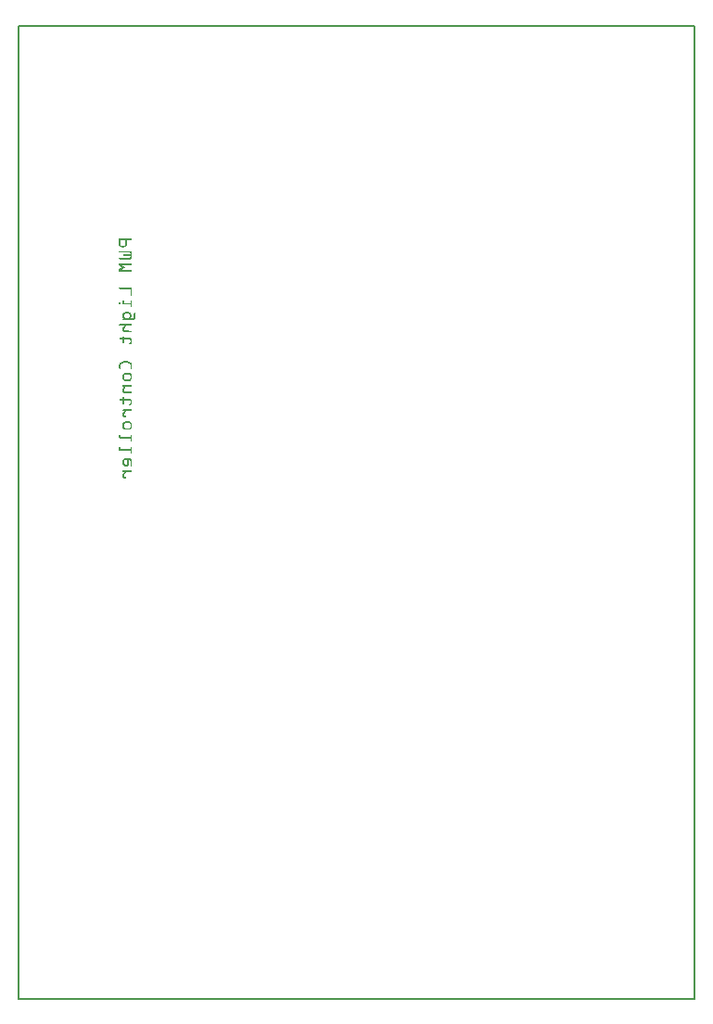
<source format=gbo>
G04 MADE WITH FRITZING*
G04 WWW.FRITZING.ORG*
G04 DOUBLE SIDED*
G04 HOLES PLATED*
G04 CONTOUR ON CENTER OF CONTOUR VECTOR*
%ASAXBY*%
%FSLAX23Y23*%
%MOIN*%
%OFA0B0*%
%SFA1.0B1.0*%
%ADD10R,2.440940X3.503940X2.424940X3.487940*%
%ADD11C,0.008000*%
%ADD12R,0.001000X0.001000*%
%LNSILK0*%
G90*
G70*
G54D11*
X4Y3500D02*
X2437Y3500D01*
X2437Y4D01*
X4Y4D01*
X4Y3500D01*
D02*
G54D12*
X367Y2734D02*
X411Y2734D01*
X367Y2733D02*
X413Y2733D01*
X367Y2732D02*
X413Y2732D01*
X367Y2731D02*
X413Y2731D01*
X367Y2730D02*
X413Y2730D01*
X367Y2729D02*
X412Y2729D01*
X367Y2728D02*
X373Y2728D01*
X390Y2728D02*
X396Y2728D01*
X367Y2727D02*
X372Y2727D01*
X390Y2727D02*
X395Y2727D01*
X367Y2726D02*
X372Y2726D01*
X390Y2726D02*
X395Y2726D01*
X367Y2725D02*
X372Y2725D01*
X390Y2725D02*
X395Y2725D01*
X367Y2724D02*
X372Y2724D01*
X390Y2724D02*
X395Y2724D01*
X367Y2723D02*
X372Y2723D01*
X390Y2723D02*
X395Y2723D01*
X367Y2722D02*
X372Y2722D01*
X390Y2722D02*
X395Y2722D01*
X367Y2721D02*
X372Y2721D01*
X390Y2721D02*
X395Y2721D01*
X367Y2720D02*
X372Y2720D01*
X390Y2720D02*
X395Y2720D01*
X367Y2719D02*
X372Y2719D01*
X390Y2719D02*
X395Y2719D01*
X367Y2718D02*
X372Y2718D01*
X390Y2718D02*
X395Y2718D01*
X367Y2717D02*
X372Y2717D01*
X390Y2717D02*
X395Y2717D01*
X367Y2716D02*
X372Y2716D01*
X390Y2716D02*
X395Y2716D01*
X367Y2715D02*
X372Y2715D01*
X390Y2715D02*
X395Y2715D01*
X367Y2714D02*
X372Y2714D01*
X390Y2714D02*
X395Y2714D01*
X367Y2713D02*
X372Y2713D01*
X390Y2713D02*
X395Y2713D01*
X367Y2712D02*
X373Y2712D01*
X390Y2712D02*
X395Y2712D01*
X367Y2711D02*
X373Y2711D01*
X389Y2711D02*
X395Y2711D01*
X368Y2710D02*
X395Y2710D01*
X368Y2709D02*
X394Y2709D01*
X369Y2708D02*
X394Y2708D01*
X370Y2707D02*
X393Y2707D01*
X371Y2706D02*
X392Y2706D01*
X372Y2705D02*
X390Y2705D01*
X377Y2704D02*
X386Y2704D01*
X369Y2690D02*
X407Y2690D01*
X368Y2689D02*
X408Y2689D01*
X367Y2688D02*
X410Y2688D01*
X367Y2687D02*
X412Y2687D01*
X368Y2686D02*
X413Y2686D01*
X368Y2685D02*
X413Y2685D01*
X406Y2684D02*
X413Y2684D01*
X408Y2683D02*
X413Y2683D01*
X408Y2682D02*
X413Y2682D01*
X408Y2681D02*
X413Y2681D01*
X408Y2680D02*
X413Y2680D01*
X406Y2679D02*
X413Y2679D01*
X384Y2678D02*
X413Y2678D01*
X383Y2677D02*
X413Y2677D01*
X383Y2676D02*
X412Y2676D01*
X383Y2675D02*
X412Y2675D01*
X383Y2674D02*
X413Y2674D01*
X384Y2673D02*
X413Y2673D01*
X406Y2672D02*
X413Y2672D01*
X408Y2671D02*
X413Y2671D01*
X408Y2670D02*
X413Y2670D01*
X408Y2669D02*
X413Y2669D01*
X408Y2668D02*
X413Y2668D01*
X406Y2667D02*
X413Y2667D01*
X369Y2666D02*
X413Y2666D01*
X368Y2665D02*
X413Y2665D01*
X367Y2664D02*
X412Y2664D01*
X367Y2663D02*
X411Y2663D01*
X368Y2662D02*
X409Y2662D01*
X368Y2661D02*
X407Y2661D01*
X367Y2646D02*
X412Y2646D01*
X367Y2645D02*
X413Y2645D01*
X367Y2644D02*
X413Y2644D01*
X367Y2643D02*
X413Y2643D01*
X367Y2642D02*
X413Y2642D01*
X367Y2641D02*
X412Y2641D01*
X367Y2640D02*
X375Y2640D01*
X367Y2639D02*
X377Y2639D01*
X369Y2638D02*
X378Y2638D01*
X370Y2637D02*
X380Y2637D01*
X371Y2636D02*
X381Y2636D01*
X373Y2635D02*
X382Y2635D01*
X374Y2634D02*
X386Y2634D01*
X376Y2633D02*
X387Y2633D01*
X377Y2632D02*
X388Y2632D01*
X377Y2631D02*
X388Y2631D01*
X376Y2630D02*
X387Y2630D01*
X374Y2629D02*
X386Y2629D01*
X373Y2628D02*
X382Y2628D01*
X371Y2627D02*
X381Y2627D01*
X370Y2626D02*
X379Y2626D01*
X368Y2625D02*
X378Y2625D01*
X367Y2624D02*
X377Y2624D01*
X367Y2623D02*
X375Y2623D01*
X367Y2622D02*
X412Y2622D01*
X367Y2621D02*
X413Y2621D01*
X367Y2620D02*
X413Y2620D01*
X367Y2619D02*
X413Y2619D01*
X367Y2618D02*
X413Y2618D01*
X367Y2617D02*
X412Y2617D01*
X370Y2559D02*
X413Y2559D01*
X368Y2558D02*
X413Y2558D01*
X367Y2557D02*
X413Y2557D01*
X367Y2556D02*
X413Y2556D01*
X367Y2555D02*
X413Y2555D01*
X368Y2554D02*
X413Y2554D01*
X370Y2553D02*
X413Y2553D01*
X408Y2552D02*
X413Y2552D01*
X408Y2551D02*
X413Y2551D01*
X408Y2550D02*
X413Y2550D01*
X408Y2549D02*
X413Y2549D01*
X408Y2548D02*
X413Y2548D01*
X408Y2547D02*
X413Y2547D01*
X408Y2546D02*
X413Y2546D01*
X408Y2545D02*
X413Y2545D01*
X408Y2544D02*
X413Y2544D01*
X408Y2543D02*
X413Y2543D01*
X408Y2542D02*
X413Y2542D01*
X408Y2541D02*
X413Y2541D01*
X408Y2540D02*
X413Y2540D01*
X408Y2539D02*
X413Y2539D01*
X408Y2538D02*
X413Y2538D01*
X408Y2537D02*
X413Y2537D01*
X408Y2536D02*
X413Y2536D01*
X408Y2535D02*
X413Y2535D01*
X408Y2534D02*
X413Y2534D01*
X408Y2533D02*
X413Y2533D01*
X408Y2532D02*
X413Y2532D01*
X408Y2531D02*
X413Y2531D01*
X409Y2530D02*
X413Y2530D01*
X411Y2529D02*
X411Y2529D01*
X382Y2512D02*
X383Y2512D01*
X410Y2512D02*
X412Y2512D01*
X381Y2511D02*
X384Y2511D01*
X409Y2511D02*
X413Y2511D01*
X380Y2510D02*
X385Y2510D01*
X408Y2510D02*
X413Y2510D01*
X380Y2509D02*
X385Y2509D01*
X408Y2509D02*
X413Y2509D01*
X380Y2508D02*
X385Y2508D01*
X408Y2508D02*
X413Y2508D01*
X380Y2507D02*
X385Y2507D01*
X408Y2507D02*
X413Y2507D01*
X366Y2506D02*
X370Y2506D01*
X380Y2506D02*
X385Y2506D01*
X408Y2506D02*
X413Y2506D01*
X365Y2505D02*
X372Y2505D01*
X380Y2505D02*
X385Y2505D01*
X408Y2505D02*
X413Y2505D01*
X365Y2504D02*
X372Y2504D01*
X380Y2504D02*
X385Y2504D01*
X408Y2504D02*
X413Y2504D01*
X365Y2503D02*
X372Y2503D01*
X380Y2503D02*
X413Y2503D01*
X365Y2502D02*
X372Y2502D01*
X380Y2502D02*
X413Y2502D01*
X365Y2501D02*
X372Y2501D01*
X380Y2501D02*
X413Y2501D01*
X365Y2500D02*
X372Y2500D01*
X380Y2500D02*
X413Y2500D01*
X365Y2499D02*
X372Y2499D01*
X380Y2499D02*
X413Y2499D01*
X366Y2498D02*
X371Y2498D01*
X381Y2498D02*
X413Y2498D01*
X408Y2497D02*
X413Y2497D01*
X408Y2496D02*
X413Y2496D01*
X408Y2495D02*
X413Y2495D01*
X408Y2494D02*
X413Y2494D01*
X408Y2493D02*
X413Y2493D01*
X408Y2492D02*
X413Y2492D01*
X408Y2491D02*
X413Y2491D01*
X409Y2490D02*
X413Y2490D01*
X409Y2489D02*
X412Y2489D01*
X388Y2471D02*
X403Y2471D01*
X386Y2470D02*
X405Y2470D01*
X385Y2469D02*
X406Y2469D01*
X384Y2468D02*
X407Y2468D01*
X423Y2468D02*
X425Y2468D01*
X383Y2467D02*
X408Y2467D01*
X422Y2467D02*
X426Y2467D01*
X382Y2466D02*
X409Y2466D01*
X421Y2466D02*
X426Y2466D01*
X381Y2465D02*
X389Y2465D01*
X402Y2465D02*
X409Y2465D01*
X421Y2465D02*
X426Y2465D01*
X381Y2464D02*
X387Y2464D01*
X404Y2464D02*
X410Y2464D01*
X421Y2464D02*
X426Y2464D01*
X380Y2463D02*
X386Y2463D01*
X405Y2463D02*
X410Y2463D01*
X421Y2463D02*
X426Y2463D01*
X380Y2462D02*
X386Y2462D01*
X405Y2462D02*
X411Y2462D01*
X421Y2462D02*
X426Y2462D01*
X380Y2461D02*
X385Y2461D01*
X406Y2461D02*
X411Y2461D01*
X421Y2461D02*
X426Y2461D01*
X380Y2460D02*
X385Y2460D01*
X406Y2460D02*
X411Y2460D01*
X421Y2460D02*
X426Y2460D01*
X380Y2459D02*
X385Y2459D01*
X406Y2459D02*
X411Y2459D01*
X421Y2459D02*
X426Y2459D01*
X380Y2458D02*
X385Y2458D01*
X406Y2458D02*
X411Y2458D01*
X421Y2458D02*
X426Y2458D01*
X380Y2457D02*
X385Y2457D01*
X406Y2457D02*
X411Y2457D01*
X421Y2457D02*
X426Y2457D01*
X380Y2456D02*
X385Y2456D01*
X406Y2456D02*
X411Y2456D01*
X421Y2456D02*
X426Y2456D01*
X380Y2455D02*
X385Y2455D01*
X406Y2455D02*
X411Y2455D01*
X421Y2455D02*
X426Y2455D01*
X380Y2454D02*
X386Y2454D01*
X405Y2454D02*
X411Y2454D01*
X421Y2454D02*
X426Y2454D01*
X380Y2453D02*
X386Y2453D01*
X404Y2453D02*
X410Y2453D01*
X421Y2453D02*
X426Y2453D01*
X381Y2452D02*
X387Y2452D01*
X403Y2452D02*
X410Y2452D01*
X421Y2452D02*
X426Y2452D01*
X381Y2451D02*
X388Y2451D01*
X403Y2451D02*
X409Y2451D01*
X421Y2451D02*
X426Y2451D01*
X382Y2450D02*
X389Y2450D01*
X402Y2450D02*
X409Y2450D01*
X420Y2450D02*
X426Y2450D01*
X383Y2449D02*
X390Y2449D01*
X401Y2449D02*
X408Y2449D01*
X419Y2449D02*
X425Y2449D01*
X384Y2448D02*
X391Y2448D01*
X400Y2448D02*
X407Y2448D01*
X418Y2448D02*
X425Y2448D01*
X382Y2447D02*
X424Y2447D01*
X380Y2446D02*
X423Y2446D01*
X380Y2445D02*
X422Y2445D01*
X380Y2444D02*
X421Y2444D01*
X380Y2443D02*
X420Y2443D01*
X381Y2442D02*
X419Y2442D01*
X368Y2427D02*
X412Y2427D01*
X368Y2426D02*
X413Y2426D01*
X367Y2425D02*
X413Y2425D01*
X367Y2424D02*
X413Y2424D01*
X368Y2423D02*
X413Y2423D01*
X369Y2422D02*
X412Y2422D01*
X385Y2421D02*
X391Y2421D01*
X384Y2420D02*
X390Y2420D01*
X383Y2419D02*
X390Y2419D01*
X383Y2418D02*
X389Y2418D01*
X382Y2417D02*
X388Y2417D01*
X382Y2416D02*
X388Y2416D01*
X381Y2415D02*
X387Y2415D01*
X381Y2414D02*
X387Y2414D01*
X380Y2413D02*
X386Y2413D01*
X380Y2412D02*
X385Y2412D01*
X380Y2411D02*
X385Y2411D01*
X380Y2410D02*
X385Y2410D01*
X380Y2409D02*
X385Y2409D01*
X380Y2408D02*
X385Y2408D01*
X380Y2407D02*
X385Y2407D01*
X380Y2406D02*
X386Y2406D01*
X380Y2405D02*
X387Y2405D01*
X381Y2404D02*
X401Y2404D01*
X381Y2403D02*
X412Y2403D01*
X382Y2402D02*
X413Y2402D01*
X383Y2401D02*
X413Y2401D01*
X384Y2400D02*
X413Y2400D01*
X386Y2399D02*
X413Y2399D01*
X400Y2398D02*
X412Y2398D01*
X381Y2383D02*
X384Y2383D01*
X380Y2382D02*
X385Y2382D01*
X380Y2381D02*
X385Y2381D01*
X380Y2380D02*
X385Y2380D01*
X380Y2379D02*
X385Y2379D01*
X380Y2378D02*
X385Y2378D01*
X371Y2377D02*
X408Y2377D01*
X370Y2376D02*
X410Y2376D01*
X370Y2375D02*
X411Y2375D01*
X370Y2374D02*
X412Y2374D01*
X370Y2373D02*
X412Y2373D01*
X372Y2372D02*
X413Y2372D01*
X380Y2371D02*
X385Y2371D01*
X407Y2371D02*
X413Y2371D01*
X380Y2370D02*
X385Y2370D01*
X408Y2370D02*
X413Y2370D01*
X380Y2369D02*
X385Y2369D01*
X408Y2369D02*
X413Y2369D01*
X380Y2368D02*
X385Y2368D01*
X408Y2368D02*
X413Y2368D01*
X380Y2367D02*
X385Y2367D01*
X408Y2367D02*
X413Y2367D01*
X380Y2366D02*
X385Y2366D01*
X408Y2366D02*
X413Y2366D01*
X380Y2365D02*
X385Y2365D01*
X408Y2365D02*
X413Y2365D01*
X380Y2364D02*
X385Y2364D01*
X408Y2364D02*
X413Y2364D01*
X380Y2363D02*
X385Y2363D01*
X408Y2363D02*
X413Y2363D01*
X380Y2362D02*
X385Y2362D01*
X408Y2362D02*
X413Y2362D01*
X380Y2361D02*
X385Y2361D01*
X407Y2361D02*
X413Y2361D01*
X380Y2360D02*
X385Y2360D01*
X406Y2360D02*
X413Y2360D01*
X380Y2359D02*
X385Y2359D01*
X404Y2359D02*
X412Y2359D01*
X381Y2358D02*
X384Y2358D01*
X403Y2358D02*
X412Y2358D01*
X382Y2357D02*
X383Y2357D01*
X403Y2357D02*
X411Y2357D01*
X403Y2356D02*
X410Y2356D01*
X404Y2355D02*
X409Y2355D01*
X405Y2354D02*
X406Y2354D01*
X388Y2296D02*
X393Y2296D01*
X385Y2295D02*
X396Y2295D01*
X383Y2294D02*
X398Y2294D01*
X381Y2293D02*
X400Y2293D01*
X379Y2292D02*
X402Y2292D01*
X377Y2291D02*
X404Y2291D01*
X375Y2290D02*
X388Y2290D01*
X393Y2290D02*
X406Y2290D01*
X373Y2289D02*
X385Y2289D01*
X395Y2289D02*
X408Y2289D01*
X371Y2288D02*
X383Y2288D01*
X397Y2288D02*
X409Y2288D01*
X370Y2287D02*
X381Y2287D01*
X399Y2287D02*
X411Y2287D01*
X369Y2286D02*
X379Y2286D01*
X401Y2286D02*
X411Y2286D01*
X368Y2285D02*
X377Y2285D01*
X403Y2285D02*
X412Y2285D01*
X368Y2284D02*
X375Y2284D01*
X405Y2284D02*
X413Y2284D01*
X367Y2283D02*
X374Y2283D01*
X407Y2283D02*
X413Y2283D01*
X367Y2282D02*
X373Y2282D01*
X408Y2282D02*
X413Y2282D01*
X367Y2281D02*
X372Y2281D01*
X408Y2281D02*
X413Y2281D01*
X367Y2280D02*
X372Y2280D01*
X408Y2280D02*
X413Y2280D01*
X367Y2279D02*
X372Y2279D01*
X408Y2279D02*
X413Y2279D01*
X367Y2278D02*
X372Y2278D01*
X408Y2278D02*
X413Y2278D01*
X367Y2277D02*
X372Y2277D01*
X408Y2277D02*
X413Y2277D01*
X367Y2276D02*
X372Y2276D01*
X408Y2276D02*
X413Y2276D01*
X367Y2275D02*
X372Y2275D01*
X408Y2275D02*
X413Y2275D01*
X367Y2274D02*
X372Y2274D01*
X408Y2274D02*
X413Y2274D01*
X367Y2273D02*
X372Y2273D01*
X408Y2273D02*
X413Y2273D01*
X367Y2272D02*
X372Y2272D01*
X408Y2272D02*
X413Y2272D01*
X367Y2271D02*
X372Y2271D01*
X408Y2271D02*
X413Y2271D01*
X367Y2270D02*
X372Y2270D01*
X408Y2270D02*
X413Y2270D01*
X367Y2269D02*
X372Y2269D01*
X408Y2269D02*
X413Y2269D01*
X367Y2268D02*
X372Y2268D01*
X409Y2268D02*
X413Y2268D01*
X368Y2267D02*
X371Y2267D01*
X409Y2267D02*
X412Y2267D01*
X388Y2252D02*
X406Y2252D01*
X386Y2251D02*
X408Y2251D01*
X385Y2250D02*
X409Y2250D01*
X384Y2249D02*
X410Y2249D01*
X383Y2248D02*
X411Y2248D01*
X382Y2247D02*
X411Y2247D01*
X381Y2246D02*
X388Y2246D01*
X405Y2246D02*
X412Y2246D01*
X381Y2245D02*
X387Y2245D01*
X406Y2245D02*
X413Y2245D01*
X380Y2244D02*
X386Y2244D01*
X407Y2244D02*
X413Y2244D01*
X380Y2243D02*
X386Y2243D01*
X408Y2243D02*
X413Y2243D01*
X380Y2242D02*
X385Y2242D01*
X408Y2242D02*
X413Y2242D01*
X380Y2241D02*
X385Y2241D01*
X408Y2241D02*
X413Y2241D01*
X380Y2240D02*
X385Y2240D01*
X408Y2240D02*
X413Y2240D01*
X380Y2239D02*
X385Y2239D01*
X408Y2239D02*
X413Y2239D01*
X380Y2238D02*
X385Y2238D01*
X408Y2238D02*
X413Y2238D01*
X380Y2237D02*
X385Y2237D01*
X408Y2237D02*
X413Y2237D01*
X380Y2236D02*
X385Y2236D01*
X408Y2236D02*
X413Y2236D01*
X380Y2235D02*
X385Y2235D01*
X408Y2235D02*
X413Y2235D01*
X380Y2234D02*
X385Y2234D01*
X408Y2234D02*
X413Y2234D01*
X380Y2233D02*
X385Y2233D01*
X408Y2233D02*
X413Y2233D01*
X380Y2232D02*
X386Y2232D01*
X408Y2232D02*
X413Y2232D01*
X380Y2231D02*
X386Y2231D01*
X407Y2231D02*
X413Y2231D01*
X381Y2230D02*
X387Y2230D01*
X406Y2230D02*
X413Y2230D01*
X381Y2229D02*
X389Y2229D01*
X405Y2229D02*
X412Y2229D01*
X382Y2228D02*
X411Y2228D01*
X383Y2227D02*
X410Y2227D01*
X384Y2226D02*
X410Y2226D01*
X385Y2225D02*
X409Y2225D01*
X386Y2224D02*
X407Y2224D01*
X388Y2223D02*
X405Y2223D01*
X381Y2208D02*
X412Y2208D01*
X380Y2207D02*
X413Y2207D01*
X380Y2206D02*
X413Y2206D01*
X380Y2205D02*
X413Y2205D01*
X381Y2204D02*
X413Y2204D01*
X382Y2203D02*
X411Y2203D01*
X385Y2202D02*
X391Y2202D01*
X384Y2201D02*
X390Y2201D01*
X383Y2200D02*
X390Y2200D01*
X383Y2199D02*
X389Y2199D01*
X382Y2198D02*
X388Y2198D01*
X382Y2197D02*
X388Y2197D01*
X381Y2196D02*
X387Y2196D01*
X381Y2195D02*
X386Y2195D01*
X380Y2194D02*
X386Y2194D01*
X380Y2193D02*
X385Y2193D01*
X380Y2192D02*
X385Y2192D01*
X380Y2191D02*
X385Y2191D01*
X380Y2190D02*
X385Y2190D01*
X380Y2189D02*
X385Y2189D01*
X380Y2188D02*
X385Y2188D01*
X380Y2187D02*
X386Y2187D01*
X380Y2186D02*
X387Y2186D01*
X381Y2185D02*
X404Y2185D01*
X381Y2184D02*
X412Y2184D01*
X382Y2183D02*
X413Y2183D01*
X383Y2182D02*
X413Y2182D01*
X384Y2181D02*
X413Y2181D01*
X386Y2180D02*
X413Y2180D01*
X403Y2179D02*
X411Y2179D01*
X381Y2164D02*
X384Y2164D01*
X380Y2163D02*
X385Y2163D01*
X380Y2162D02*
X385Y2162D01*
X380Y2161D02*
X385Y2161D01*
X380Y2160D02*
X385Y2160D01*
X373Y2159D02*
X405Y2159D01*
X371Y2158D02*
X408Y2158D01*
X370Y2157D02*
X410Y2157D01*
X370Y2156D02*
X411Y2156D01*
X370Y2155D02*
X412Y2155D01*
X371Y2154D02*
X412Y2154D01*
X372Y2153D02*
X413Y2153D01*
X380Y2152D02*
X385Y2152D01*
X407Y2152D02*
X413Y2152D01*
X380Y2151D02*
X385Y2151D01*
X408Y2151D02*
X413Y2151D01*
X380Y2150D02*
X385Y2150D01*
X408Y2150D02*
X413Y2150D01*
X380Y2149D02*
X385Y2149D01*
X408Y2149D02*
X413Y2149D01*
X380Y2148D02*
X385Y2148D01*
X408Y2148D02*
X413Y2148D01*
X380Y2147D02*
X385Y2147D01*
X408Y2147D02*
X413Y2147D01*
X380Y2146D02*
X385Y2146D01*
X408Y2146D02*
X413Y2146D01*
X380Y2145D02*
X385Y2145D01*
X408Y2145D02*
X413Y2145D01*
X380Y2144D02*
X385Y2144D01*
X408Y2144D02*
X413Y2144D01*
X380Y2143D02*
X385Y2143D01*
X408Y2143D02*
X413Y2143D01*
X380Y2142D02*
X385Y2142D01*
X407Y2142D02*
X413Y2142D01*
X380Y2141D02*
X385Y2141D01*
X406Y2141D02*
X413Y2141D01*
X380Y2140D02*
X385Y2140D01*
X404Y2140D02*
X412Y2140D01*
X381Y2139D02*
X384Y2139D01*
X403Y2139D02*
X412Y2139D01*
X403Y2138D02*
X411Y2138D01*
X403Y2137D02*
X410Y2137D01*
X404Y2136D02*
X409Y2136D01*
X406Y2135D02*
X406Y2135D01*
X382Y2121D02*
X411Y2121D01*
X381Y2120D02*
X413Y2120D01*
X380Y2119D02*
X413Y2119D01*
X380Y2118D02*
X413Y2118D01*
X380Y2117D02*
X413Y2117D01*
X381Y2116D02*
X412Y2116D01*
X386Y2115D02*
X394Y2115D01*
X386Y2114D02*
X393Y2114D01*
X385Y2113D02*
X392Y2113D01*
X384Y2112D02*
X391Y2112D01*
X383Y2111D02*
X390Y2111D01*
X382Y2110D02*
X389Y2110D01*
X381Y2109D02*
X388Y2109D01*
X381Y2108D02*
X388Y2108D01*
X380Y2107D02*
X387Y2107D01*
X380Y2106D02*
X386Y2106D01*
X380Y2105D02*
X385Y2105D01*
X380Y2104D02*
X385Y2104D01*
X380Y2103D02*
X385Y2103D01*
X380Y2102D02*
X385Y2102D01*
X380Y2101D02*
X385Y2101D01*
X380Y2100D02*
X385Y2100D01*
X380Y2099D02*
X385Y2099D01*
X380Y2098D02*
X386Y2098D01*
X381Y2097D02*
X391Y2097D01*
X381Y2096D02*
X392Y2096D01*
X382Y2095D02*
X393Y2095D01*
X383Y2094D02*
X393Y2094D01*
X384Y2093D02*
X392Y2093D01*
X385Y2092D02*
X392Y2092D01*
X388Y2077D02*
X405Y2077D01*
X386Y2076D02*
X407Y2076D01*
X385Y2075D02*
X409Y2075D01*
X384Y2074D02*
X410Y2074D01*
X383Y2073D02*
X410Y2073D01*
X382Y2072D02*
X411Y2072D01*
X381Y2071D02*
X389Y2071D01*
X405Y2071D02*
X412Y2071D01*
X381Y2070D02*
X387Y2070D01*
X406Y2070D02*
X413Y2070D01*
X380Y2069D02*
X386Y2069D01*
X407Y2069D02*
X413Y2069D01*
X380Y2068D02*
X386Y2068D01*
X408Y2068D02*
X413Y2068D01*
X380Y2067D02*
X385Y2067D01*
X408Y2067D02*
X413Y2067D01*
X380Y2066D02*
X385Y2066D01*
X408Y2066D02*
X413Y2066D01*
X380Y2065D02*
X385Y2065D01*
X408Y2065D02*
X413Y2065D01*
X380Y2064D02*
X385Y2064D01*
X408Y2064D02*
X413Y2064D01*
X380Y2063D02*
X385Y2063D01*
X408Y2063D02*
X413Y2063D01*
X380Y2062D02*
X385Y2062D01*
X408Y2062D02*
X413Y2062D01*
X380Y2061D02*
X385Y2061D01*
X408Y2061D02*
X413Y2061D01*
X380Y2060D02*
X385Y2060D01*
X408Y2060D02*
X413Y2060D01*
X380Y2059D02*
X385Y2059D01*
X408Y2059D02*
X413Y2059D01*
X380Y2058D02*
X385Y2058D01*
X408Y2058D02*
X413Y2058D01*
X380Y2057D02*
X386Y2057D01*
X408Y2057D02*
X413Y2057D01*
X380Y2056D02*
X386Y2056D01*
X407Y2056D02*
X413Y2056D01*
X381Y2055D02*
X387Y2055D01*
X406Y2055D02*
X413Y2055D01*
X381Y2054D02*
X388Y2054D01*
X405Y2054D02*
X412Y2054D01*
X382Y2053D02*
X411Y2053D01*
X383Y2052D02*
X411Y2052D01*
X384Y2051D02*
X410Y2051D01*
X385Y2050D02*
X409Y2050D01*
X386Y2049D02*
X407Y2049D01*
X388Y2048D02*
X406Y2048D01*
X368Y2030D02*
X371Y2030D01*
X409Y2030D02*
X412Y2030D01*
X368Y2029D02*
X372Y2029D01*
X409Y2029D02*
X413Y2029D01*
X367Y2028D02*
X372Y2028D01*
X408Y2028D02*
X413Y2028D01*
X367Y2027D02*
X372Y2027D01*
X408Y2027D02*
X413Y2027D01*
X367Y2026D02*
X372Y2026D01*
X408Y2026D02*
X413Y2026D01*
X367Y2025D02*
X372Y2025D01*
X408Y2025D02*
X413Y2025D01*
X367Y2024D02*
X372Y2024D01*
X408Y2024D02*
X413Y2024D01*
X367Y2023D02*
X372Y2023D01*
X408Y2023D02*
X413Y2023D01*
X367Y2022D02*
X372Y2022D01*
X408Y2022D02*
X413Y2022D01*
X367Y2021D02*
X413Y2021D01*
X367Y2020D02*
X413Y2020D01*
X367Y2019D02*
X413Y2019D01*
X367Y2018D02*
X413Y2018D01*
X368Y2017D02*
X413Y2017D01*
X369Y2016D02*
X413Y2016D01*
X408Y2015D02*
X413Y2015D01*
X408Y2014D02*
X413Y2014D01*
X408Y2013D02*
X413Y2013D01*
X408Y2012D02*
X413Y2012D01*
X408Y2011D02*
X413Y2011D01*
X408Y2010D02*
X413Y2010D01*
X408Y2009D02*
X413Y2009D01*
X409Y2008D02*
X413Y2008D01*
X410Y2007D02*
X412Y2007D01*
X368Y1986D02*
X371Y1986D01*
X409Y1986D02*
X412Y1986D01*
X367Y1985D02*
X372Y1985D01*
X409Y1985D02*
X413Y1985D01*
X367Y1984D02*
X372Y1984D01*
X408Y1984D02*
X413Y1984D01*
X367Y1983D02*
X372Y1983D01*
X408Y1983D02*
X413Y1983D01*
X367Y1982D02*
X372Y1982D01*
X408Y1982D02*
X413Y1982D01*
X367Y1981D02*
X372Y1981D01*
X408Y1981D02*
X413Y1981D01*
X367Y1980D02*
X372Y1980D01*
X408Y1980D02*
X413Y1980D01*
X367Y1979D02*
X372Y1979D01*
X408Y1979D02*
X413Y1979D01*
X367Y1978D02*
X373Y1978D01*
X408Y1978D02*
X413Y1978D01*
X367Y1977D02*
X413Y1977D01*
X367Y1976D02*
X413Y1976D01*
X367Y1975D02*
X413Y1975D01*
X367Y1974D02*
X413Y1974D01*
X368Y1973D02*
X413Y1973D01*
X369Y1972D02*
X413Y1972D01*
X408Y1971D02*
X413Y1971D01*
X408Y1970D02*
X413Y1970D01*
X408Y1969D02*
X413Y1969D01*
X408Y1968D02*
X413Y1968D01*
X408Y1967D02*
X413Y1967D01*
X408Y1966D02*
X413Y1966D01*
X408Y1965D02*
X413Y1965D01*
X409Y1964D02*
X413Y1964D01*
X410Y1963D02*
X411Y1963D01*
X390Y1946D02*
X404Y1946D01*
X387Y1945D02*
X407Y1945D01*
X385Y1944D02*
X408Y1944D01*
X384Y1943D02*
X409Y1943D01*
X383Y1942D02*
X410Y1942D01*
X382Y1941D02*
X411Y1941D01*
X382Y1940D02*
X390Y1940D01*
X395Y1940D02*
X401Y1940D01*
X404Y1940D02*
X412Y1940D01*
X381Y1939D02*
X388Y1939D01*
X395Y1939D02*
X401Y1939D01*
X406Y1939D02*
X412Y1939D01*
X381Y1938D02*
X387Y1938D01*
X395Y1938D02*
X401Y1938D01*
X407Y1938D02*
X413Y1938D01*
X380Y1937D02*
X386Y1937D01*
X395Y1937D02*
X401Y1937D01*
X407Y1937D02*
X413Y1937D01*
X380Y1936D02*
X385Y1936D01*
X395Y1936D02*
X401Y1936D01*
X408Y1936D02*
X413Y1936D01*
X380Y1935D02*
X385Y1935D01*
X395Y1935D02*
X401Y1935D01*
X408Y1935D02*
X413Y1935D01*
X380Y1934D02*
X385Y1934D01*
X395Y1934D02*
X401Y1934D01*
X408Y1934D02*
X413Y1934D01*
X380Y1933D02*
X385Y1933D01*
X395Y1933D02*
X401Y1933D01*
X408Y1933D02*
X413Y1933D01*
X380Y1932D02*
X385Y1932D01*
X395Y1932D02*
X401Y1932D01*
X408Y1932D02*
X413Y1932D01*
X380Y1931D02*
X385Y1931D01*
X395Y1931D02*
X401Y1931D01*
X408Y1931D02*
X413Y1931D01*
X380Y1930D02*
X385Y1930D01*
X395Y1930D02*
X401Y1930D01*
X408Y1930D02*
X413Y1930D01*
X380Y1929D02*
X385Y1929D01*
X395Y1929D02*
X401Y1929D01*
X408Y1929D02*
X413Y1929D01*
X380Y1928D02*
X385Y1928D01*
X395Y1928D02*
X401Y1928D01*
X408Y1928D02*
X413Y1928D01*
X380Y1927D02*
X385Y1927D01*
X395Y1927D02*
X401Y1927D01*
X408Y1927D02*
X413Y1927D01*
X380Y1926D02*
X385Y1926D01*
X395Y1926D02*
X401Y1926D01*
X408Y1926D02*
X413Y1926D01*
X380Y1925D02*
X386Y1925D01*
X395Y1925D02*
X401Y1925D01*
X408Y1925D02*
X413Y1925D01*
X381Y1924D02*
X387Y1924D01*
X395Y1924D02*
X401Y1924D01*
X408Y1924D02*
X413Y1924D01*
X381Y1923D02*
X388Y1923D01*
X395Y1923D02*
X401Y1923D01*
X408Y1923D02*
X413Y1923D01*
X382Y1922D02*
X401Y1922D01*
X408Y1922D02*
X413Y1922D01*
X382Y1921D02*
X401Y1921D01*
X408Y1921D02*
X413Y1921D01*
X383Y1920D02*
X401Y1920D01*
X408Y1920D02*
X413Y1920D01*
X384Y1919D02*
X400Y1919D01*
X408Y1919D02*
X413Y1919D01*
X385Y1918D02*
X400Y1918D01*
X409Y1918D02*
X413Y1918D01*
X387Y1917D02*
X400Y1917D01*
X409Y1917D02*
X412Y1917D01*
X391Y1916D02*
X397Y1916D01*
X382Y1902D02*
X412Y1902D01*
X381Y1901D02*
X413Y1901D01*
X380Y1900D02*
X413Y1900D01*
X380Y1899D02*
X413Y1899D01*
X380Y1898D02*
X413Y1898D01*
X381Y1897D02*
X412Y1897D01*
X386Y1896D02*
X394Y1896D01*
X386Y1895D02*
X393Y1895D01*
X385Y1894D02*
X392Y1894D01*
X384Y1893D02*
X391Y1893D01*
X383Y1892D02*
X390Y1892D01*
X382Y1891D02*
X389Y1891D01*
X381Y1890D02*
X388Y1890D01*
X380Y1889D02*
X387Y1889D01*
X380Y1888D02*
X387Y1888D01*
X380Y1887D02*
X386Y1887D01*
X380Y1886D02*
X385Y1886D01*
X380Y1885D02*
X385Y1885D01*
X380Y1884D02*
X385Y1884D01*
X380Y1883D02*
X385Y1883D01*
X380Y1882D02*
X385Y1882D01*
X380Y1881D02*
X385Y1881D01*
X380Y1880D02*
X385Y1880D01*
X380Y1879D02*
X386Y1879D01*
X381Y1878D02*
X391Y1878D01*
X381Y1877D02*
X392Y1877D01*
X382Y1876D02*
X393Y1876D01*
X383Y1875D02*
X393Y1875D01*
X384Y1874D02*
X392Y1874D01*
X385Y1873D02*
X392Y1873D01*
D02*
G04 End of Silk0*
M02*
</source>
